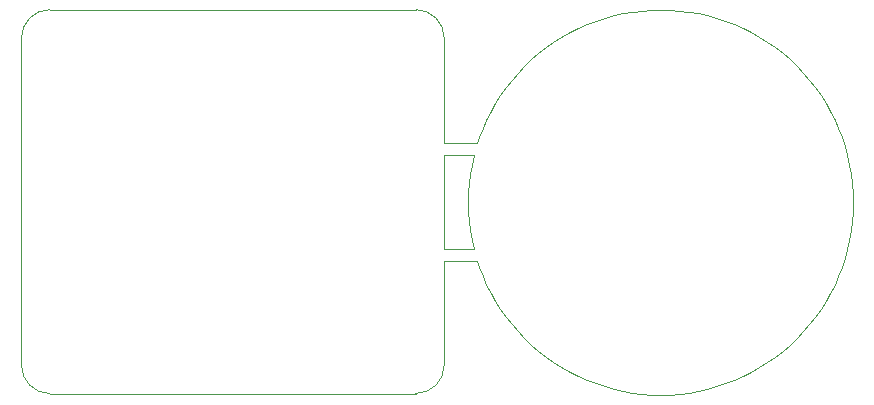
<source format=gbr>
%TF.GenerationSoftware,KiCad,Pcbnew,8.0.4*%
%TF.CreationDate,2024-11-05T13:43:53+01:00*%
%TF.ProjectId,Nutzen,4e75747a-656e-42e6-9b69-6361645f7063,rev?*%
%TF.SameCoordinates,PX791ddc0PY78a3ca0*%
%TF.FileFunction,Profile,NP*%
%FSLAX46Y46*%
G04 Gerber Fmt 4.6, Leading zero omitted, Abs format (unit mm)*
G04 Created by KiCad (PCBNEW 8.0.4) date 2024-11-05 13:43:53*
%MOMM*%
%LPD*%
G01*
G04 APERTURE LIST*
%TA.AperFunction,Profile*%
%ADD10C,0.100000*%
%TD*%
G04 APERTURE END LIST*
D10*
X35800000Y20200000D02*
X35800000Y12200000D01*
X35800000Y11200000D02*
X35800000Y2400000D01*
X2400000Y0D02*
G75*
G02*
X0Y2400000I0J2400000D01*
G01*
X35800000Y2400000D02*
G75*
G02*
X33400000Y0I-2400000J0D01*
G01*
X0Y30100000D02*
G75*
G02*
X2400000Y32500000I2400000J0D01*
G01*
X33400000Y32500000D02*
G75*
G02*
X35800000Y30100000I0J-2400000D01*
G01*
X0Y2400000D02*
X0Y30100000D01*
X33400000Y0D02*
X2400000Y0D01*
X2400000Y32500000D02*
X33400000Y32500000D01*
X38590268Y11200000D02*
X38753115Y10707056D01*
X38590268Y11200000D02*
X35800000Y11200000D01*
X38297222Y12200000D02*
X35800000Y12200000D01*
X70409731Y16200000D02*
X70409731Y16200000D01*
X70390091Y15399958D02*
X70409731Y16200000D01*
X70331219Y14601844D02*
X70390091Y15399958D01*
X70233255Y13807579D02*
X70331219Y14601844D01*
X70096438Y13019078D02*
X70233255Y13807579D01*
X69921095Y12238241D02*
X70096438Y13019078D01*
X69707649Y11466947D02*
X69921095Y12238241D01*
X69456615Y10707056D02*
X69707649Y11466947D01*
X69168597Y9960398D02*
X69456615Y10707056D01*
X68844289Y9228771D02*
X69168597Y9960398D01*
X68484473Y8513939D02*
X68844289Y9228771D01*
X68090015Y7817624D02*
X68484473Y8513939D01*
X67661866Y7141502D02*
X68090015Y7817624D01*
X67201056Y6487203D02*
X67661866Y7141502D01*
X66708697Y5856303D02*
X67201056Y6487203D01*
X66185974Y5250321D02*
X66708697Y5856303D01*
X65634146Y4670719D02*
X66185974Y5250321D01*
X65054544Y4118891D02*
X65634146Y4670719D01*
X64448562Y3596168D02*
X65054544Y4118891D01*
X63817662Y3103809D02*
X64448562Y3596168D01*
X63163363Y2642999D02*
X63817662Y3103809D01*
X62487241Y2214850D02*
X63163363Y2642999D01*
X61790926Y1820392D02*
X62487241Y2214850D01*
X61076094Y1460576D02*
X61790926Y1820392D01*
X60344467Y1136268D02*
X61076094Y1460576D01*
X59597809Y848250D02*
X60344467Y1136268D01*
X58837918Y597216D02*
X59597809Y848250D01*
X58066624Y383770D02*
X58837918Y597216D01*
X57285787Y208427D02*
X58066624Y383770D01*
X56497286Y71610D02*
X57285787Y208427D01*
X55703021Y-26354D02*
X56497286Y71610D01*
X54904907Y-85226D02*
X55703021Y-26354D01*
X54104865Y-104866D02*
X54904907Y-85226D01*
X53304823Y-85226D02*
X54104865Y-104866D01*
X52506709Y-26354D02*
X53304823Y-85226D01*
X51712444Y71610D02*
X52506709Y-26354D01*
X50923943Y208427D02*
X51712444Y71610D01*
X50143106Y383770D02*
X50923943Y208427D01*
X49371812Y597216D02*
X50143106Y383770D01*
X48611921Y848250D02*
X49371812Y597216D01*
X47865263Y1136268D02*
X48611921Y848250D01*
X47133636Y1460576D02*
X47865263Y1136268D01*
X46418804Y1820392D02*
X47133636Y1460576D01*
X45722489Y2214850D02*
X46418804Y1820392D01*
X45046367Y2642999D02*
X45722489Y2214850D01*
X44392068Y3103809D02*
X45046367Y2642999D01*
X43761168Y3596168D02*
X44392068Y3103809D01*
X43155186Y4118891D02*
X43761168Y3596168D01*
X42575584Y4670719D02*
X43155186Y4118891D01*
X42023756Y5250321D02*
X42575584Y4670719D01*
X41501033Y5856303D02*
X42023756Y5250321D01*
X41008674Y6487203D02*
X41501033Y5856303D01*
X40547864Y7141502D02*
X41008674Y6487203D01*
X40119715Y7817624D02*
X40547864Y7141502D01*
X39725257Y8513939D02*
X40119715Y7817624D01*
X39365441Y9228771D02*
X39725257Y8513939D01*
X39041133Y9960398D02*
X39365441Y9228771D01*
X38753115Y10707056D02*
X39041133Y9960398D01*
X38113292Y13019078D02*
X38297222Y12200000D01*
X37976475Y13807579D02*
X38113292Y13019078D01*
X37878511Y14601844D02*
X37976475Y13807579D01*
X37819639Y15399958D02*
X37878511Y14601844D01*
X37799999Y16200000D02*
X37819639Y15399958D01*
X37819639Y17000042D02*
X37799999Y16200000D01*
X37878511Y17798156D02*
X37819639Y17000042D01*
X37976475Y18592421D02*
X37878511Y17798156D01*
X38113292Y19380922D02*
X37976475Y18592421D01*
X38297222Y20200000D02*
X38113292Y19380922D01*
X38753115Y21692944D02*
X38590268Y21200000D01*
X39041133Y22439602D02*
X38753115Y21692944D01*
X39365441Y23171229D02*
X39041133Y22439602D01*
X39725257Y23886061D02*
X39365441Y23171229D01*
X40119715Y24582376D02*
X39725257Y23886061D01*
X40547864Y25258498D02*
X40119715Y24582376D01*
X41008674Y25912797D02*
X40547864Y25258498D01*
X41501033Y26543697D02*
X41008674Y25912797D01*
X42023756Y27149679D02*
X41501033Y26543697D01*
X42575584Y27729281D02*
X42023756Y27149679D01*
X43155186Y28281109D02*
X42575584Y27729281D01*
X43761168Y28803832D02*
X43155186Y28281109D01*
X44392068Y29296191D02*
X43761168Y28803832D01*
X45046367Y29757001D02*
X44392068Y29296191D01*
X45722489Y30185150D02*
X45046367Y29757001D01*
X46418804Y30579608D02*
X45722489Y30185150D01*
X47133636Y30939424D02*
X46418804Y30579608D01*
X47865263Y31263732D02*
X47133636Y30939424D01*
X48611921Y31551750D02*
X47865263Y31263732D01*
X49371812Y31802784D02*
X48611921Y31551750D01*
X50143106Y32016230D02*
X49371812Y31802784D01*
X50923943Y32191573D02*
X50143106Y32016230D01*
X51712444Y32328390D02*
X50923943Y32191573D01*
X52506709Y32426354D02*
X51712444Y32328390D01*
X53304823Y32485226D02*
X52506709Y32426354D01*
X54104865Y32504866D02*
X53304823Y32485226D01*
X54904907Y32485226D02*
X54104865Y32504866D01*
X55703021Y32426354D02*
X54904907Y32485226D01*
X56497286Y32328390D02*
X55703021Y32426354D01*
X57285787Y32191573D02*
X56497286Y32328390D01*
X58066624Y32016230D02*
X57285787Y32191573D01*
X58837918Y31802784D02*
X58066624Y32016230D01*
X59597809Y31551750D02*
X58837918Y31802784D01*
X60344467Y31263732D02*
X59597809Y31551750D01*
X61076094Y30939424D02*
X60344467Y31263732D01*
X61790926Y30579608D02*
X61076094Y30939424D01*
X62487241Y30185150D02*
X61790926Y30579608D01*
X63163363Y29757001D02*
X62487241Y30185150D01*
X63817662Y29296191D02*
X63163363Y29757001D01*
X64448562Y28803832D02*
X63817662Y29296191D01*
X65054544Y28281109D02*
X64448562Y28803832D01*
X65634146Y27729281D02*
X65054544Y28281109D01*
X66185974Y27149679D02*
X65634146Y27729281D01*
X66708697Y26543697D02*
X66185974Y27149679D01*
X67201056Y25912797D02*
X66708697Y26543697D01*
X67661866Y25258498D02*
X67201056Y25912797D01*
X68090015Y24582376D02*
X67661866Y25258498D01*
X68484473Y23886061D02*
X68090015Y24582376D01*
X68844289Y23171229D02*
X68484473Y23886061D01*
X69168597Y22439602D02*
X68844289Y23171229D01*
X69456615Y21692944D02*
X69168597Y22439602D01*
X69707649Y20933053D02*
X69456615Y21692944D01*
X69921095Y20161759D02*
X69707649Y20933053D01*
X70096438Y19380922D02*
X69921095Y20161759D01*
X70233255Y18592421D02*
X70096438Y19380922D01*
X70331219Y17798156D02*
X70233255Y18592421D01*
X70390091Y17000042D02*
X70331219Y17798156D01*
X70409731Y16200000D02*
X70390091Y17000042D01*
X35800000Y21200000D02*
X38590268Y21200000D01*
X38297222Y20200000D02*
X35800000Y20200000D01*
X35800000Y30100000D02*
X35800000Y21200000D01*
M02*

</source>
